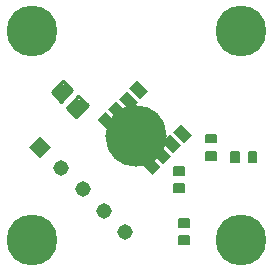
<source format=gts>
G75*
%MOIN*%
%OFA0B0*%
%FSLAX25Y25*%
%IPPOS*%
%LPD*%
%AMOC8*
5,1,8,0,0,1.08239X$1,22.5*
%
%ADD10C,0.20485*%
%ADD11R,0.05150X0.05150*%
%ADD12C,0.05150*%
%ADD13R,0.05300X0.03800*%
%ADD14C,0.01066*%
%ADD15C,0.00632*%
%ADD16C,0.16922*%
D10*
X0077943Y0075360D03*
D11*
G36*
X0045931Y0067991D02*
X0042290Y0071632D01*
X0045931Y0075273D01*
X0049572Y0071632D01*
X0045931Y0067991D01*
G37*
D12*
X0053002Y0064561D03*
X0060073Y0057490D03*
X0067145Y0050419D03*
X0074216Y0043348D03*
D13*
G36*
X0082158Y0068826D02*
X0085905Y0065079D01*
X0083218Y0062392D01*
X0079471Y0066139D01*
X0082158Y0068826D01*
G37*
G36*
X0085693Y0072361D02*
X0089440Y0068614D01*
X0086753Y0065927D01*
X0083006Y0069674D01*
X0085693Y0072361D01*
G37*
G36*
X0089229Y0075897D02*
X0092976Y0072150D01*
X0090289Y0069463D01*
X0086542Y0073210D01*
X0089229Y0075897D01*
G37*
G36*
X0092764Y0079432D02*
X0096511Y0075685D01*
X0093824Y0072998D01*
X0090077Y0076745D01*
X0092764Y0079432D01*
G37*
G36*
X0078269Y0093928D02*
X0082016Y0090181D01*
X0079329Y0087494D01*
X0075582Y0091241D01*
X0078269Y0093928D01*
G37*
G36*
X0074733Y0090392D02*
X0078480Y0086645D01*
X0075793Y0083958D01*
X0072046Y0087705D01*
X0074733Y0090392D01*
G37*
G36*
X0071198Y0086857D02*
X0074945Y0083110D01*
X0072258Y0080423D01*
X0068511Y0084170D01*
X0071198Y0086857D01*
G37*
G36*
X0067662Y0083321D02*
X0071409Y0079574D01*
X0068722Y0076887D01*
X0064975Y0080634D01*
X0067662Y0083321D01*
G37*
D14*
X0061692Y0085592D02*
X0057845Y0081745D01*
X0054832Y0084758D01*
X0058679Y0088605D01*
X0061692Y0085592D01*
X0058910Y0082810D02*
X0056780Y0082810D01*
X0055715Y0083875D02*
X0059975Y0083875D01*
X0061040Y0084940D02*
X0055014Y0084940D01*
X0056079Y0086005D02*
X0061279Y0086005D01*
X0060214Y0087070D02*
X0057144Y0087070D01*
X0058209Y0088135D02*
X0059149Y0088135D01*
X0056681Y0090603D02*
X0052834Y0086756D01*
X0049821Y0089769D01*
X0053668Y0093616D01*
X0056681Y0090603D01*
X0053899Y0087821D02*
X0051769Y0087821D01*
X0050704Y0088886D02*
X0054964Y0088886D01*
X0056029Y0089951D02*
X0050003Y0089951D01*
X0051068Y0091016D02*
X0056268Y0091016D01*
X0055203Y0092081D02*
X0052133Y0092081D01*
X0053198Y0093146D02*
X0054138Y0093146D01*
D15*
X0090674Y0064928D02*
X0090674Y0062398D01*
X0090674Y0064928D02*
X0093992Y0064928D01*
X0093992Y0062398D01*
X0090674Y0062398D01*
X0090674Y0063029D02*
X0093992Y0063029D01*
X0093992Y0063660D02*
X0090674Y0063660D01*
X0090674Y0064291D02*
X0093992Y0064291D01*
X0093992Y0064922D02*
X0090674Y0064922D01*
X0090674Y0059102D02*
X0090674Y0056572D01*
X0090674Y0059102D02*
X0093992Y0059102D01*
X0093992Y0056572D01*
X0090674Y0056572D01*
X0090674Y0057203D02*
X0093992Y0057203D01*
X0093992Y0057834D02*
X0090674Y0057834D01*
X0090674Y0058465D02*
X0093992Y0058465D01*
X0093992Y0059096D02*
X0090674Y0059096D01*
X0101174Y0067372D02*
X0101174Y0069902D01*
X0104492Y0069902D01*
X0104492Y0067372D01*
X0101174Y0067372D01*
X0101174Y0068003D02*
X0104492Y0068003D01*
X0104492Y0068634D02*
X0101174Y0068634D01*
X0101174Y0069265D02*
X0104492Y0069265D01*
X0104492Y0069896D02*
X0101174Y0069896D01*
X0101174Y0073198D02*
X0101174Y0075728D01*
X0104492Y0075728D01*
X0104492Y0073198D01*
X0101174Y0073198D01*
X0101174Y0073829D02*
X0104492Y0073829D01*
X0104492Y0074460D02*
X0101174Y0074460D01*
X0101174Y0075091D02*
X0104492Y0075091D01*
X0104492Y0075722D02*
X0101174Y0075722D01*
X0109655Y0066591D02*
X0112185Y0066591D01*
X0109655Y0066591D02*
X0109655Y0069909D01*
X0112185Y0069909D01*
X0112185Y0066591D01*
X0112185Y0067222D02*
X0109655Y0067222D01*
X0109655Y0067853D02*
X0112185Y0067853D01*
X0112185Y0068484D02*
X0109655Y0068484D01*
X0109655Y0069115D02*
X0112185Y0069115D01*
X0112185Y0069746D02*
X0109655Y0069746D01*
X0115482Y0066591D02*
X0118012Y0066591D01*
X0115482Y0066591D02*
X0115482Y0069909D01*
X0118012Y0069909D01*
X0118012Y0066591D01*
X0118012Y0067222D02*
X0115482Y0067222D01*
X0115482Y0067853D02*
X0118012Y0067853D01*
X0118012Y0068484D02*
X0115482Y0068484D01*
X0115482Y0069115D02*
X0118012Y0069115D01*
X0118012Y0069746D02*
X0115482Y0069746D01*
X0092274Y0047628D02*
X0092274Y0045098D01*
X0092274Y0047628D02*
X0095592Y0047628D01*
X0095592Y0045098D01*
X0092274Y0045098D01*
X0092274Y0045729D02*
X0095592Y0045729D01*
X0095592Y0046360D02*
X0092274Y0046360D01*
X0092274Y0046991D02*
X0095592Y0046991D01*
X0095592Y0047622D02*
X0092274Y0047622D01*
X0092274Y0041802D02*
X0092274Y0039272D01*
X0092274Y0041802D02*
X0095592Y0041802D01*
X0095592Y0039272D01*
X0092274Y0039272D01*
X0092274Y0039903D02*
X0095592Y0039903D01*
X0095592Y0040534D02*
X0092274Y0040534D01*
X0092274Y0041165D02*
X0095592Y0041165D01*
X0095592Y0041796D02*
X0092274Y0041796D01*
D16*
X0043144Y0040561D03*
X0112743Y0040561D03*
X0112743Y0110159D03*
X0043144Y0110159D03*
M02*

</source>
